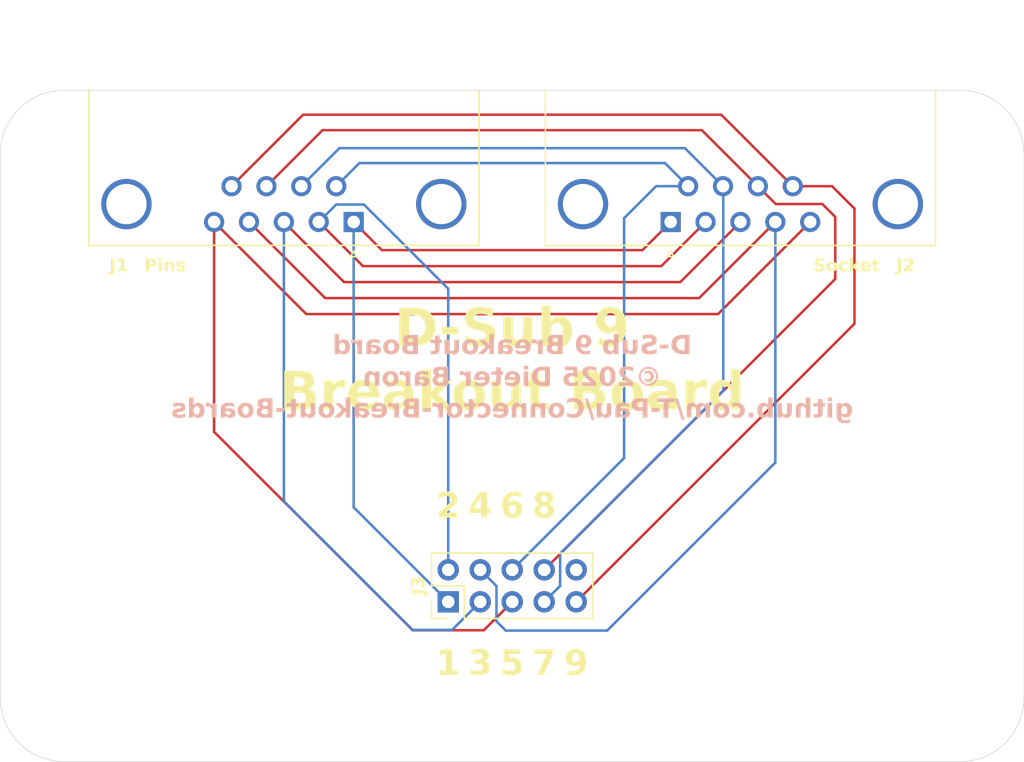
<source format=kicad_pcb>
(kicad_pcb (version 20241229) (generator "pcbnew") (generator_version "9.0")
  (layers (0 "F.Cu" signal) (2 "B.Cu" signal) (13 "F.Paste" user) (15 "B.Paste" user) (5 "F.SilkS" user "F.Silkscreen") (7 "B.SilkS" user "B.Silkscreen") (1 "F.Mask" user) (3 "B.Mask" user) (25 "Edge.Cuts" user))
  (net 0 "")
  (net 1 "Net-(J3-Pin_7)")
  (net 2 "Net-(J3-Pin_9)")
  (net 3 "Net-(J3-Pin_2)")
  (net 4 "Net-(J3-Pin_4)")
  (net 5 "Net-(J3-Pin_8)")
  (net 6 "Net-(J3-Pin_1)")
  (net 9 "Net-(J3-Pin_5)")
  (net 10 "Net-(J3-Pin_6)")
  (net 11 "Net-(J3-Pin_3)")
  (footprint "Connector_PinHeader_2.54mm:PinHeader_2x05_P2.54mm_Vertical" (layer "F.Cu") (at 97.795 86.36 90)
    (property "Reference" "J3" (at 1.27 -2.33 90) (layer "F.SilkS"))
    (property "Value" "Breakout")
    (fp_line (start 3.87 -1.33) (end 3.87 11.49) (stroke (width 0.12)) (layer "F.SilkS"))
    (fp_line (start 1.27 -1.33) (end 3.87 -1.33) (stroke (width 0.12)) (layer "F.SilkS"))
    (fp_line (start -1.33 -1.33) (end 0 -1.33) (stroke (width 0.12)) (layer "F.SilkS"))
    (fp_line (start -1.33 0) (end -1.33 -1.33) (stroke (width 0.12)) (layer "F.SilkS"))
    (fp_line (start 1.27 1.27) (end 1.27 -1.33) (stroke (width 0.12)) (layer "F.SilkS"))
    (fp_line (start -1.33 1.27) (end 1.27 1.27) (stroke (width 0.12)) (layer "F.SilkS"))
    (fp_line (start -1.33 1.27) (end -1.33 11.49) (stroke (width 0.12)) (layer "F.SilkS"))
    (fp_line (start -1.33 11.49) (end 3.87 11.49) (stroke (width 0.12)) (layer "F.SilkS"))
    (pad "1" thru_hole rect (at 0 0 90) (size 1.7 1.7) (drill 1) (layers "*.Cu" "*.Mask") (net 6 "Net-(J3-Pin_1)"))
    (pad "2" thru_hole oval (at 2.54 0 90) (size 1.7 1.7) (drill 1) (layers "*.Cu" "*.Mask") (net 3 "Net-(J3-Pin_2)"))
    (pad "3" thru_hole oval (at 0 2.54 90) (size 1.7 1.7) (drill 1) (layers "*.Cu" "*.Mask") (net 11 "Net-(J3-Pin_3)"))
    (pad "4" thru_hole oval (at 2.54 2.54 90) (size 1.7 1.7) (drill 1) (layers "*.Cu" "*.Mask") (net 4 "Net-(J3-Pin_4)"))
    (pad "5" thru_hole oval (at 0 5.08 90) (size 1.7 1.7) (drill 1) (layers "*.Cu" "*.Mask") (net 9 "Net-(J3-Pin_5)"))
    (pad "6" thru_hole oval (at 2.54 5.08 90) (size 1.7 1.7) (drill 1) (layers "*.Cu" "*.Mask") (net 10 "Net-(J3-Pin_6)"))
    (pad "7" thru_hole oval (at 0 7.62 90) (size 1.7 1.7) (drill 1) (layers "*.Cu" "*.Mask") (net 1 "Net-(J3-Pin_7)"))
    (pad "8" thru_hole oval (at 2.54 7.62 90) (size 1.7 1.7) (drill 1) (layers "*.Cu" "*.Mask") (net 5 "Net-(J3-Pin_8)"))
    (pad "9" thru_hole oval (at 0 10.16 90) (size 1.7 1.7) (drill 1) (layers "*.Cu" "*.Mask") (net 2 "Net-(J3-Pin_9)"))
    (pad "10" thru_hole oval (at 2.54 10.16 90) (size 1.7 1.7) (drill 1) (layers "*.Cu" "*.Mask"))
  )
  (footprint "Connector_Dsub:DSUB-9_Socket_Horizontal_P2.77x2.84mm_EdgePinOffset7.70mm_Housed_MountingHolesOffset9.12mm" (layer "F.Cu") (at 115.455 56.18 180)
    (property "Reference" "J2" (at -17.895 -3.51 0) (layer "F.SilkS") (effects (justify left)))
    (property "Value" "Socket" (at -16.625 -3.51 0) (layer "F.SilkS") (effects (justify right)))
    (fp_line (start 9.945 -1.86) (end 9.945 10.48) (stroke (width 0.12)) (layer "F.SilkS"))
    (fp_line (start 0.25 -2.754338) (end 0 -2.321325) (stroke (width 0.12)) (layer "F.SilkS"))
    (fp_line (start 0 -2.321325) (end -0.25 -2.754338) (stroke (width 0.12)) (layer "F.SilkS"))
    (fp_line (start -0.25 -2.754338) (end 0.25 -2.754338) (stroke (width 0.12)) (layer "F.SilkS"))
    (fp_line (start -21.025 10.48) (end -21.025 -1.86) (stroke (width 0.12)) (layer "F.SilkS"))
    (fp_line (start -21.025 -1.86) (end 9.945 -1.86) (stroke (width 0.12)) (layer "F.SilkS"))
    (pad "0" thru_hole circle (at -18.04 1.42 180) (size 4 4) (drill 3.2) (layers "*.Cu" "*.Mask"))
    (pad "0" thru_hole circle (at 6.96 1.42 180) (size 4 4) (drill 3.2) (layers "*.Cu" "*.Mask"))
    (pad "1" thru_hole rect (at 0 0 180) (size 1.6 1.6) (drill 1) (layers "*.Cu" "*.Mask") (net 6 "Net-(J3-Pin_1)"))
    (pad "2" thru_hole circle (at -2.77 0 180) (size 1.6 1.6) (drill 1) (layers "*.Cu" "*.Mask") (net 3 "Net-(J3-Pin_2)"))
    (pad "3" thru_hole circle (at -5.54 0 180) (size 1.6 1.6) (drill 1) (layers "*.Cu" "*.Mask") (net 11 "Net-(J3-Pin_3)"))
    (pad "4" thru_hole circle (at -8.31 0 180) (size 1.6 1.6) (drill 1) (layers "*.Cu" "*.Mask") (net 4 "Net-(J3-Pin_4)"))
    (pad "5" thru_hole circle (at -11.08 0 180) (size 1.6 1.6) (drill 1) (layers "*.Cu" "*.Mask") (net 9 "Net-(J3-Pin_5)"))
    (pad "6" thru_hole circle (at -1.385 2.84 180) (size 1.6 1.6) (drill 1) (layers "*.Cu" "*.Mask") (net 10 "Net-(J3-Pin_6)"))
    (pad "7" thru_hole circle (at -4.155 2.84 180) (size 1.6 1.6) (drill 1) (layers "*.Cu" "*.Mask") (net 1 "Net-(J3-Pin_7)"))
    (pad "8" thru_hole circle (at -6.925 2.84 180) (size 1.6 1.6) (drill 1) (layers "*.Cu" "*.Mask") (net 5 "Net-(J3-Pin_8)"))
    (pad "9" thru_hole circle (at -9.695 2.84 180) (size 1.6 1.6) (drill 1) (layers "*.Cu" "*.Mask") (net 2 "Net-(J3-Pin_9)"))
  )
  (footprint "Connector_Dsub:DSUB-9_Pins_Horizontal_P2.77x2.84mm_EdgePinOffset7.70mm_Housed_MountingHolesOffset9.12mm" (layer "F.Cu") (at 90.285 56.18 180)
    (property "Reference" "J1" (at 17.895 -3.51 0) (layer "F.SilkS") (effects (justify right)))
    (property "Value" "Pins" (at 16.625 -3.51 0) (layer "F.SilkS") (effects (justify left)))
    (fp_line (start 21.025 -1.86) (end 21.025 10.48) (stroke (width 0.12)) (layer "F.SilkS"))
    (fp_line (start 0.25 -2.754338) (end 0 -2.321325) (stroke (width 0.12)) (layer "F.SilkS"))
    (fp_line (start 0 -2.321325) (end -0.25 -2.754338) (stroke (width 0.12)) (layer "F.SilkS"))
    (fp_line (start -0.25 -2.754338) (end 0.25 -2.754338) (stroke (width 0.12)) (layer "F.SilkS"))
    (fp_line (start -9.945 10.48) (end -9.945 -1.86) (stroke (width 0.12)) (layer "F.SilkS"))
    (fp_line (start -9.945 -1.86) (end 21.025 -1.86) (stroke (width 0.12)) (layer "F.SilkS"))
    (pad "0" thru_hole circle (at -6.96 1.42 180) (size 4 4) (drill 3.2) (layers "*.Cu" "*.Mask"))
    (pad "0" thru_hole circle (at 18.04 1.42 180) (size 4 4) (drill 3.2) (layers "*.Cu" "*.Mask"))
    (pad "1" thru_hole rect (at 0 0 180) (size 1.6 1.6) (drill 1) (layers "*.Cu" "*.Mask") (net 6 "Net-(J3-Pin_1)"))
    (pad "2" thru_hole circle (at 2.77 0 180) (size 1.6 1.6) (drill 1) (layers "*.Cu" "*.Mask") (net 3 "Net-(J3-Pin_2)"))
    (pad "3" thru_hole circle (at 5.54 0 180) (size 1.6 1.6) (drill 1) (layers "*.Cu" "*.Mask") (net 11 "Net-(J3-Pin_3)"))
    (pad "4" thru_hole circle (at 8.31 0 180) (size 1.6 1.6) (drill 1) (layers "*.Cu" "*.Mask") (net 4 "Net-(J3-Pin_4)"))
    (pad "5" thru_hole circle (at 11.08 0 180) (size 1.6 1.6) (drill 1) (layers "*.Cu" "*.Mask") (net 9 "Net-(J3-Pin_5)"))
    (pad "6" thru_hole circle (at 1.385 2.84 180) (size 1.6 1.6) (drill 1) (layers "*.Cu" "*.Mask") (net 10 "Net-(J3-Pin_6)"))
    (pad "7" thru_hole circle (at 4.155 2.84 180) (size 1.6 1.6) (drill 1) (layers "*.Cu" "*.Mask") (net 1 "Net-(J3-Pin_7)"))
    (pad "8" thru_hole circle (at 6.925 2.84 180) (size 1.6 1.6) (drill 1) (layers "*.Cu" "*.Mask") (net 5 "Net-(J3-Pin_8)"))
    (pad "9" thru_hole circle (at 9.695 2.84 180) (size 1.6 1.6) (drill 1) (layers "*.Cu" "*.Mask") (net 2 "Net-(J3-Pin_9)"))
  )
  (gr_arc (start 138.43 45.72) (mid 142.022102 47.207898) (end 143.51 50.8) (stroke (width 0.05)) (layer "Edge.Cuts"))
  (gr_line (start 143.51 50.8) (end 143.51 93.98) (stroke (width 0.05)) (layer "Edge.Cuts"))
  (gr_line (start 67.31 45.72) (end 138.43 45.72) (stroke (width 0.05)) (layer "Edge.Cuts"))
  (gr_line (start 62.23 93.98) (end 62.23 50.8) (stroke (width 0.05)) (layer "Edge.Cuts"))
  (gr_arc (start 62.23 50.8) (mid 63.717898 47.207898) (end 67.31 45.72) (stroke (width 0.05)) (layer "Edge.Cuts"))
  (gr_line (start 138.43 99.06) (end 67.31 99.06) (stroke (width 0.05)) (layer "Edge.Cuts"))
  (gr_arc (start 67.31 99.06) (mid 63.717898 97.572102) (end 62.23 93.98) (stroke (width 0.05)) (layer "Edge.Cuts"))
  (gr_arc (start 143.51 93.98) (mid 142.022102 97.572102) (end 138.43 99.06) (stroke (width 0.05)) (layer "Edge.Cuts"))
  (gr_text "D-Sub 9\nBreakout Board" (at 102.87 67.31 0) (layer "F.SilkS") (effects (font (size 3 3) (thickness 0.1))))
  (gr_text "8" (at 105.41 80.01 0) (layer "F.SilkS") (effects (font (size 2 2) (thickness 0.3) (bold yes)) (justify bottom)))
  (gr_text "5" (at 102.87 90.17 0) (layer "F.SilkS") (effects (font (size 2 2) (thickness 0.3) (bold yes)) (justify top)))
  (gr_text "2" (at 97.79 80.01 0) (layer "F.SilkS") (effects (font (size 2 2) (thickness 0.3) (bold yes)) (justify bottom)))
  (gr_text "7" (at 105.41 90.17 0) (layer "F.SilkS") (effects (font (size 2 2) (thickness 0.3) (bold yes)) (justify top)))
  (gr_text "3" (at 100.33 90.17 0) (layer "F.SilkS") (effects (font (size 2 2) (thickness 0.3) (bold yes)) (justify top)))
  (gr_text "4" (at 100.33 80.01 0) (layer "F.SilkS") (effects (font (size 2 2) (thickness 0.3) (bold yes)) (justify bottom)))
  (gr_text "1" (at 97.79 90.17 0) (layer "F.SilkS") (effects (font (size 2 2) (thickness 0.3) (bold yes)) (justify top)))
  (gr_text "6" (at 102.87 80.01 0) (layer "F.SilkS") (effects (font (size 2 2) (thickness 0.3) (bold yes)) (justify bottom)))
  (gr_text "9" (at 107.95 90.17 0) (layer "F.SilkS") (effects (font (size 2 2) (thickness 0.3) (bold yes)) (justify top)))
  (gr_text "D-Sub 9 Breakout Board\n©2025 Dieter Baron\ngithub.com/T-Pau/Connector-Breakout-Boards" (at 102.87 68.58 0) (layer "B.SilkS") (effects (font (size 1.5 1.5) (thickness 0.1)) (justify mirror)))
  (segment (start 106.68 85.095) (end 106.68 82.5246) (width 0.2) (layer "B.Cu") (net 1))
  (segment (start 86.13 53.34) (end 89.150849 50.319151) (width 0.2) (layer "B.Cu") (net 1))
  (segment (start 116.589151 50.319151) (end 119.61 53.34) (width 0.2) (layer "B.Cu") (net 1))
  (segment (start 119.634 53.364) (end 119.61 53.34) (width 0.2) (layer "B.Cu") (net 1))
  (segment (start 106.68 82.5246) (end 119.634 69.5706) (width 0.2) (layer "B.Cu") (net 1))
  (segment (start 119.634 69.5706) (end 119.634 53.364) (width 0.2) (layer "B.Cu") (net 1))
  (segment (start 105.415 86.36) (end 106.68 85.095) (width 0.2) (layer "B.Cu") (net 1))
  (segment (start 89.150849 50.319151) (end 116.589151 50.319151) (width 0.2) (layer "B.Cu") (net 1))
  (segment (start 107.955 86.36) (end 130.048 64.267) (width 0.2) (layer "F.Cu") (net 2))
  (segment (start 86.272756 47.657244) (end 119.467244 47.657244) (width 0.2) (layer "F.Cu") (net 2))
  (segment (start 130.048 55.118) (end 128.27 53.34) (width 0.2) (layer "F.Cu") (net 2))
  (segment (start 130.048 64.267) (end 130.048 55.118) (width 0.2) (layer "F.Cu") (net 2))
  (segment (start 80.59 53.34) (end 86.272756 47.657244) (width 0.2) (layer "F.Cu") (net 2))
  (segment (start 128.27 53.34) (end 125.15 53.34) (width 0.2) (layer "F.Cu") (net 2))
  (segment (start 119.467244 47.657244) (end 125.15 53.34) (width 0.2) (layer "F.Cu") (net 2))
  (segment (start 87.515 56.18) (end 91.025 59.69) (width 0.2) (layer "F.Cu") (net 3))
  (segment (start 91.025 59.69) (end 114.715 59.69) (width 0.2) (layer "F.Cu") (net 3))
  (segment (start 114.715 59.69) (end 118.225 56.18) (width 0.2) (layer "F.Cu") (net 3))
  (segment (start 97.795 83.82) (end 97.795 61.488) (width 0.2) (layer "B.Cu") (net 3))
  (segment (start 97.795 61.488) (end 91.102 54.795) (width 0.2) (layer "B.Cu") (net 3))
  (segment (start 91.102 54.795) (end 88.9 54.795) (width 0.2) (layer "B.Cu") (net 3))
  (segment (start 88.9 54.795) (end 87.515 56.18) (width 0.2) (layer "B.Cu") (net 3))
  (segment (start 117.715 62.23) (end 123.765 56.18) (width 0.2) (layer "F.Cu") (net 4))
  (segment (start 88.025 62.23) (end 117.715 62.23) (width 0.2) (layer "F.Cu") (net 4))
  (segment (start 81.975 56.18) (end 88.025 62.23) (width 0.2) (layer "F.Cu") (net 4))
  (segment (start 101.6254 87.9094) (end 101.6254 85.1104) (width 0.2) (layer "B.Cu") (net 4))
  (segment (start 123.765 75.2948) (end 110.4138 88.646) (width 0.2) (layer "B.Cu") (net 4))
  (segment (start 101.6254 85.1104) (end 100.335 83.82) (width 0.2) (layer "B.Cu") (net 4))
  (segment (start 123.765 56.18) (end 123.765 75.2948) (width 0.2) (layer "B.Cu") (net 4))
  (segment (start 102.362 88.646) (end 101.6254 87.9094) (width 0.2) (layer "B.Cu") (net 4))
  (segment (start 110.4138 88.646) (end 102.362 88.646) (width 0.2) (layer "B.Cu") (net 4))
  (segment (start 122.38 53.34) (end 123.795173 54.755173) (width 0.2) (layer "F.Cu") (net 5))
  (segment (start 117.929608 48.889608) (end 122.38 53.34) (width 0.2) (layer "F.Cu") (net 5))
  (segment (start 128.524 60.711) (end 105.415 83.82) (width 0.2) (layer "F.Cu") (net 5))
  (segment (start 83.36 53.34) (end 87.810392 48.889608) (width 0.2) (layer "F.Cu") (net 5))
  (segment (start 128.524 55.780279) (end 128.524 60.711) (width 0.2) (layer "F.Cu") (net 5))
  (segment (start 123.795173 54.755173) (end 127.498894 54.755173) (width 0.2) (layer "F.Cu") (net 5))
  (segment (start 87.810392 48.889608) (end 117.929608 48.889608) (width 0.2) (layer "F.Cu") (net 5))
  (segment (start 127.498894 54.755173) (end 128.524 55.780279) (width 0.2) (layer "F.Cu") (net 5))
  (segment (start 121.92 53.34) (end 122.38 53.34) (width 0.2) (layer "B.Cu") (net 5))
  (segment (start 90.285 56.18) (end 92.525 58.42) (width 0.2) (layer "F.Cu") (net 6))
  (segment (start 113.215 58.42) (end 115.455 56.18) (width 0.2) (layer "F.Cu") (net 6))
  (segment (start 92.525 58.42) (end 113.215 58.42) (width 0.2) (layer "F.Cu") (net 6))
  (segment (start 97.795 86.36) (end 90.285 78.85) (width 0.2) (layer "B.Cu") (net 6))
  (segment (start 90.285 78.85) (end 90.285 56.18) (width 0.2) (layer "B.Cu") (net 6))
  (segment (start 79.205 56.18) (end 86.525 63.5) (width 0.2) (layer "F.Cu") (net 9))
  (segment (start 94.9706 88.6206) (end 79.205 72.855) (width 0.2) (layer "F.Cu") (net 9))
  (segment (start 102.875 86.36) (end 100.6144 88.6206) (width 0.2) (layer "F.Cu") (net 9))
  (segment (start 79.205 72.855) (end 79.205 56.18) (width 0.2) (layer "F.Cu") (net 9))
  (segment (start 86.525 63.5) (end 119.215 63.5) (width 0.2) (layer "F.Cu") (net 9))
  (segment (start 119.215 63.5) (end 126.535 56.18) (width 0.2) (layer "F.Cu") (net 9))
  (segment (start 100.6144 88.6206) (end 94.9706 88.6206) (width 0.2) (layer "F.Cu") (net 9))
  (segment (start 90.73778 51.50222) (end 115.00222 51.50222) (width 0.2) (layer "B.Cu") (net 10))
  (segment (start 111.76 55.88) (end 114.3 53.34) (width 0.2) (layer "B.Cu") (net 10))
  (segment (start 88.9 53.34) (end 90.73778 51.50222) (width 0.2) (layer "B.Cu") (net 10))
  (segment (start 115.00222 51.50222) (end 116.84 53.34) (width 0.2) (layer "B.Cu") (net 10))
  (segment (start 102.875 83.82) (end 111.76 74.935) (width 0.2) (layer "B.Cu") (net 10))
  (segment (start 111.76 74.935) (end 111.76 55.88) (width 0.2) (layer "B.Cu") (net 10))
  (segment (start 114.3 53.34) (end 116.84 53.34) (width 0.2) (layer "B.Cu") (net 10))
  (segment (start 89.525 60.96) (end 116.215 60.96) (width 0.2) (layer "F.Cu") (net 11))
  (segment (start 116.215 60.96) (end 120.995 56.18) (width 0.2) (layer "F.Cu") (net 11))
  (segment (start 84.745 56.18) (end 89.525 60.96) (width 0.2) (layer "F.Cu") (net 11))
  (segment (start 94.9706 88.5952) (end 84.745 78.3696) (width 0.2) (layer "B.Cu") (net 11))
  (segment (start 98.0998 88.5952) (end 94.9706 88.5952) (width 0.2) (layer "B.Cu") (net 11))
  (segment (start 84.745 78.3696) (end 84.745 56.18) (width 0.2) (layer "B.Cu") (net 11))
  (segment (start 100.335 86.36) (end 98.0998 88.5952) (width 0.2) (layer "B.Cu") (net 11))
)
</source>
